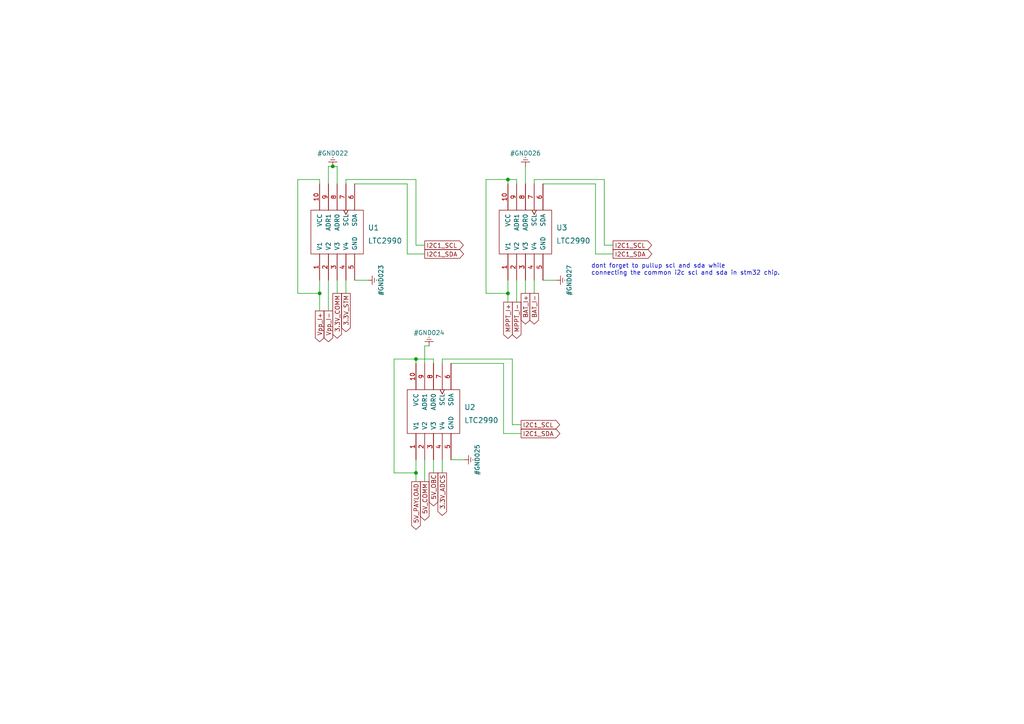
<source format=kicad_sch>
(kicad_sch (version 20230121) (generator eeschema)
  (paper "A4")
  (lib_symbols
    (symbol "curr volt mon:LTC2990" (pin_names (offset 1.016))
      (property "Reference" "U" (at 0 -8.89 0))
      (property "Value" "LTC2990" (at 0 8.89 0))
      (symbol "LTC2990_0_1"
        (rectangle (start -6.35 7.62) (end 6.35 -7.62))
      )
      (symbol "LTC2990_1_1"
        (pin input line (at -13.97 5.08 0) (length 7.62) (name "V1") (number "1"))
        (pin power_in line (at 13.97 5.08 180) (length 7.62) (name "VCC") (number "10"))
        (pin input line (at -13.97 2.54 0) (length 7.62) (name "V2") (number "2"))
        (pin input line (at -13.97 0 0) (length 7.62) (name "V3") (number "3"))
        (pin input line (at -13.97 -2.54 0) (length 7.62) (name "V4") (number "4"))
        (pin power_in line (at -13.97 -5.08 0) (length 7.62) (name "GND") (number "5"))
        (pin bidirectional line (at 13.97 -5.08 180) (length 7.62) (name "SDA") (number "6"))
        (pin input clock (at 13.97 -2.54 180) (length 7.62) (name "SCL") (number "7"))
        (pin input line (at 13.97 0 180) (length 7.62) (name "ADR0") (number "8"))
        (pin input line (at 13.97 2.54 180) (length 7.62) (name "ADR1") (number "9"))
      )
    )
    (symbol "power:Earth" (power) (pin_numbers hide) (pin_names (offset 0) hide)
      (symbol "Earth_0_1"
        (polyline (pts (xy -0.635 -1.905) (xy 0.635 -1.905)))
        (polyline (pts (xy -0.127 -2.54) (xy 0.127 -2.54)))
        (polyline (pts (xy 0 -1.27) (xy 0 0)))
        (polyline (pts (xy 1.27 -1.27) (xy -1.27 -1.27)))
      )
      (symbol "Earth_1_1"
        (pin power_in line (at 0 0 270) (length 0) hide (name "Earth") (number "1"))
      )
    )
  )
  (junction (at 120.65 137.16))
  (junction (at 92.71 85.09))
  (junction (at 120.65 104.14))
  (junction (at 147.32 85.09))
  (junction (at 147.32 52.07))
  (junction (at 96.52 48.26))
  (wire (pts (xy 125.73 137.16) (xy 125.73 133.35)))
  (wire (pts (xy 118.11 53.34) (xy 118.11 73.66)))
  (wire (pts (xy 97.79 85.09) (xy 97.79 81.28)))
  (wire (pts (xy 120.65 133.35) (xy 120.65 137.16)))
  (wire (pts (xy 172.72 73.66) (xy 177.8 73.66)))
  (wire (pts (xy 147.32 85.09) (xy 147.32 87.63)))
  (wire (pts (xy 97.79 53.34) (xy 97.79 48.26)))
  (wire (pts (xy 161.29 81.28) (xy 157.48 81.28)))
  (wire (pts (xy 177.8 71.12) (xy 175.26 71.12)))
  (wire (pts (xy 120.65 71.12) (xy 120.65 52.07)))
  (wire (pts (xy 154.94 81.28) (xy 154.94 85.09)))
  (wire (pts (xy 123.19 71.12) (xy 120.65 71.12)))
  (wire (pts (xy 114.3 137.16) (xy 120.65 137.16)))
  (wire (pts (xy 92.71 53.34) (xy 92.71 52.07)))
  (wire (pts (xy 149.86 53.34) (xy 149.86 52.07)))
  (wire (pts (xy 123.19 133.35) (xy 123.19 139.7)))
  (wire (pts (xy 92.71 85.09) (xy 92.71 90.17)))
  (wire (pts (xy 128.27 105.41) (xy 128.27 104.14)))
  (wire (pts (xy 134.62 133.35) (xy 130.81 133.35)))
  (wire (pts (xy 130.81 105.41) (xy 146.05 105.41)))
  (wire (pts (xy 97.79 48.26) (xy 96.52 48.26)))
  (wire (pts (xy 147.32 81.28) (xy 147.32 85.09)))
  (wire (pts (xy 152.4 85.09) (xy 152.4 81.28)))
  (wire (pts (xy 123.19 100.33) (xy 124.46 100.33)))
  (wire (pts (xy 154.94 52.07) (xy 175.26 52.07)))
  (wire (pts (xy 125.73 105.41) (xy 125.73 104.14)))
  (wire (pts (xy 86.36 85.09) (xy 92.71 85.09)))
  (wire (pts (xy 128.27 133.35) (xy 128.27 137.16)))
  (wire (pts (xy 128.27 104.14) (xy 148.59 104.14)))
  (wire (pts (xy 100.33 52.07) (xy 120.65 52.07)))
  (wire (pts (xy 92.71 52.07) (xy 86.36 52.07)))
  (wire (pts (xy 140.97 52.07) (xy 140.97 85.09)))
  (wire (pts (xy 157.48 53.34) (xy 172.72 53.34)))
  (wire (pts (xy 100.33 53.34) (xy 100.33 52.07)))
  (wire (pts (xy 149.86 81.28) (xy 149.86 87.63)))
  (wire (pts (xy 114.3 104.14) (xy 114.3 137.16)))
  (wire (pts (xy 146.05 125.73) (xy 151.13 125.73)))
  (wire (pts (xy 100.33 81.28) (xy 100.33 85.09)))
  (wire (pts (xy 123.19 105.41) (xy 123.19 100.33)))
  (wire (pts (xy 148.59 123.19) (xy 148.59 104.14)))
  (wire (pts (xy 172.72 53.34) (xy 172.72 73.66)))
  (wire (pts (xy 152.4 53.34) (xy 152.4 48.26)))
  (wire (pts (xy 120.65 104.14) (xy 114.3 104.14)))
  (wire (pts (xy 120.65 137.16) (xy 120.65 139.7)))
  (wire (pts (xy 151.13 123.19) (xy 148.59 123.19)))
  (wire (pts (xy 92.71 81.28) (xy 92.71 85.09)))
  (wire (pts (xy 149.86 52.07) (xy 147.32 52.07)))
  (wire (pts (xy 147.32 52.07) (xy 140.97 52.07)))
  (wire (pts (xy 154.94 53.34) (xy 154.94 52.07)))
  (wire (pts (xy 95.25 81.28) (xy 95.25 90.17)))
  (wire (pts (xy 95.25 48.26) (xy 96.52 48.26)))
  (wire (pts (xy 175.26 71.12) (xy 175.26 52.07)))
  (wire (pts (xy 147.32 53.34) (xy 147.32 52.07)))
  (wire (pts (xy 120.65 105.41) (xy 120.65 104.14)))
  (wire (pts (xy 86.36 52.07) (xy 86.36 85.09)))
  (wire (pts (xy 118.11 73.66) (xy 123.19 73.66)))
  (wire (pts (xy 102.87 53.34) (xy 118.11 53.34)))
  (wire (pts (xy 140.97 85.09) (xy 147.32 85.09)))
  (wire (pts (xy 146.05 105.41) (xy 146.05 125.73)))
  (wire (pts (xy 120.65 104.14) (xy 125.73 104.14)))
  (wire (pts (xy 95.25 53.34) (xy 95.25 48.26)))
  (wire (pts (xy 106.68 81.28) (xy 102.87 81.28)))
  (text "dont forget to pullup scl and sda while \nconnecting the common i2c scl and sda in stm32 chip. " (at 171.45 80.01 0) (effects (font (size 1.27 1.27)) (justify left bottom)))
  (global_label "I2C1_SCL" (shape output) (at 177.8 71.12 0) (property "Intersheetrefs" "${INTERSHEET_REFS}" (effects hide)))
  (global_label "I2C1_SDA" (shape output) (at 123.19 73.66 0) (property "Intersheetrefs" "${INTERSHEET_REFS}" (effects hide)))
  (global_label "5V_PAYLOAD" (shape output) (at 120.65 139.7 270) (property "Intersheetrefs" "${INTERSHEET_REFS}" (effects hide)))
  (global_label "5V_OBC" (shape output) (at 125.73 137.16 270) (property "Intersheetrefs" "${INTERSHEET_REFS}" (effects hide)))
  (global_label "3.3V_STM" (shape output) (at 100.33 85.09 270) (property "Intersheetrefs" "${INTERSHEET_REFS}" (effects hide)))
  (global_label "I2C1_SCL" (shape output) (at 151.13 123.19 0) (property "Intersheetrefs" "${INTERSHEET_REFS}" (effects hide)))
  (global_label "I2C1_SDA" (shape output) (at 151.13 125.73 0) (property "Intersheetrefs" "${INTERSHEET_REFS}" (effects hide)))
  (global_label "I2C1_SDA" (shape output) (at 177.8 73.66 0) (property "Intersheetrefs" "${INTERSHEET_REFS}" (effects hide)))
  (global_label "BAT_I+" (shape output) (at 152.4 85.09 270) (property "Intersheetrefs" "${INTERSHEET_REFS}" (effects hide)))
  (global_label "MPPT_I+" (shape output) (at 147.32 87.63 270) (property "Intersheetrefs" "${INTERSHEET_REFS}" (effects hide)))
  (global_label "3.3V_ADCS" (shape output) (at 128.27 137.16 270) (property "Intersheetrefs" "${INTERSHEET_REFS}" (effects hide)))
  (global_label "5V_COMM" (shape output) (at 123.19 139.7 270) (property "Intersheetrefs" "${INTERSHEET_REFS}" (effects hide)))
  (global_label "MPPT_I-" (shape output) (at 149.86 87.63 270) (property "Intersheetrefs" "${INTERSHEET_REFS}" (effects hide)))
  (global_label "Vpp_I+" (shape output) (at 92.71 90.17 270) (property "Intersheetrefs" "${INTERSHEET_REFS}" (effects hide)))
  (global_label "Vpp_I-" (shape output) (at 95.25 90.17 270) (property "Intersheetrefs" "${INTERSHEET_REFS}" (effects hide)))
  (global_label "3.3V_COMM" (shape output) (at 97.79 85.09 270) (property "Intersheetrefs" "${INTERSHEET_REFS}" (effects hide)))
  (global_label "I2C1_SCL" (shape output) (at 123.19 71.12 0) (property "Intersheetrefs" "${INTERSHEET_REFS}" (effects hide)))
  (global_label "BAT_I-" (shape output) (at 154.94 85.09 270) (property "Intersheetrefs" "${INTERSHEET_REFS}" (effects hide)))
  (symbol (lib_id "curr volt mon:LTC2990") (at 152.4 67.31 90) (unit 1)
    (property "Reference" "U3" (at 161.29 66.04 90) (effects (font (size 1.524 1.524)) (justify right)))
    (property "Value" "LTC2990" (at 161.29 69.85 90) (effects (font (size 1.524 1.524)) (justify right)))
    (property "Footprint" "NaveenSymbols:SOP50P490X110-10N" (effects hide))
    (instances (project "FinalBoardCircuits" (path "" (reference "U3") (unit 1))) (project "pcb" (path "" (reference "U2") (unit 1)) (path "" (reference "U3") (unit 1))) (project "1" (path "" (reference "U1") (unit 1))))
  )
  (symbol (lib_id "curr volt mon:LTC2990") (at 97.79 67.31 90) (unit 1)
    (property "Reference" "U1" (at 106.68 66.04 90) (effects (font (size 1.524 1.524)) (justify right)))
    (property "Value" "LTC2990" (at 106.68 69.85 90) (effects (font (size 1.524 1.524)) (justify right)))
    (property "Footprint" "NaveenSymbols:SOP50P490X110-10N" (effects hide))
    (instances (project "FinalBoardCircuits" (path "" (reference "U1") (unit 1))) (project "pcb" (path "" (reference "U2") (unit 1)) (path "" (reference "U2") (unit 1))) (project "1" (path "" (reference "U1") (unit 1))))
  )
  (symbol (lib_id "power:Earth") (at 161.29 81.28 90) (unit 1)
    (property "Reference" "#GND027" (at 165.1 81.28 0))
    (property "Value" "Earth" (effects hide))
    (instances (project "FinalBoardCircuits" (path "" (reference "#GND027") (unit 1))) (project "pcb" (path "" (reference "#GND03") (unit 1)) (path "" (reference "#GND010") (unit 1))) (project "1" (path "" (reference "#GND013") (unit 1))))
  )
  (symbol (lib_id "power:Earth") (at 106.68 81.28 90) (unit 1)
    (property "Reference" "#GND023" (at 110.49 81.28 0))
    (property "Value" "Earth" (effects hide))
    (instances (project "FinalBoardCircuits" (path "" (reference "#GND023") (unit 1))) (project "pcb" (path "" (reference "#GND03") (unit 1)) (path "" (reference "#GND02") (unit 1))) (project "1" (path "" (reference "#GND013") (unit 1))))
  )
  (symbol (lib_id "power:Earth") (at 152.4 48.26 180) (unit 1)
    (property "Reference" "#GND026" (at 152.4 44.45 0))
    (property "Value" "Earth" (effects hide))
    (instances (project "FinalBoardCircuits" (path "" (reference "#GND026") (unit 1))) (project "pcb" (path "" (reference "#GND02") (unit 1)) (path "" (reference "#GND03") (unit 1))) (project "1" (path "" (reference "#GND012") (unit 1))))
  )
  (symbol (lib_id "power:Earth") (at 134.62 133.35 90) (unit 1)
    (property "Reference" "#GND025" (at 138.43 133.35 0))
    (property "Value" "Earth" (effects hide))
    (instances (project "FinalBoardCircuits" (path "" (reference "#GND025") (unit 1))) (project "pcb" (path "" (reference "#GND03") (unit 1)) (path "" (reference "#GND012") (unit 1))) (project "1" (path "" (reference "#GND013") (unit 1))))
  )
  (symbol (lib_id "power:Earth") (at 124.46 100.33 180) (unit 1)
    (property "Reference" "#GND024" (at 124.46 96.52 0))
    (property "Value" "Earth" (effects hide))
    (instances (project "FinalBoardCircuits" (path "" (reference "#GND024") (unit 1))) (project "pcb" (path "" (reference "#GND02") (unit 1)) (path "" (reference "#GND011") (unit 1))) (project "1" (path "" (reference "#GND012") (unit 1))))
  )
  (symbol (lib_id "curr volt mon:LTC2990") (at 125.73 119.38 90) (unit 1)
    (property "Reference" "U2" (at 134.62 118.11 90) (effects (font (size 1.524 1.524)) (justify right)))
    (property "Value" "LTC2990" (at 134.62 121.92 90) (effects (font (size 1.524 1.524)) (justify right)))
    (property "Footprint" "NaveenSymbols:SOP50P490X110-10N" (effects hide))
    (instances (project "FinalBoardCircuits" (path "" (reference "U2") (unit 1))) (project "pcb" (path "" (reference "U2") (unit 1)) (path "" (reference "U4") (unit 1))) (project "1" (path "" (reference "U1") (unit 1))))
  )
  (symbol (lib_id "power:Earth") (at 96.52 48.26 180) (unit 1)
    (property "Reference" "#GND022" (at 96.52 44.45 0))
    (property "Value" "Earth" (effects hide))
    (instances (project "FinalBoardCircuits" (path "" (reference "#GND022") (unit 1))) (project "pcb" (path "" (reference "#GND02") (unit 1)) (path "" (reference "#GND01") (unit 1))) (project "1" (path "" (reference "#GND012") (unit 1))))
  )
)
</source>
